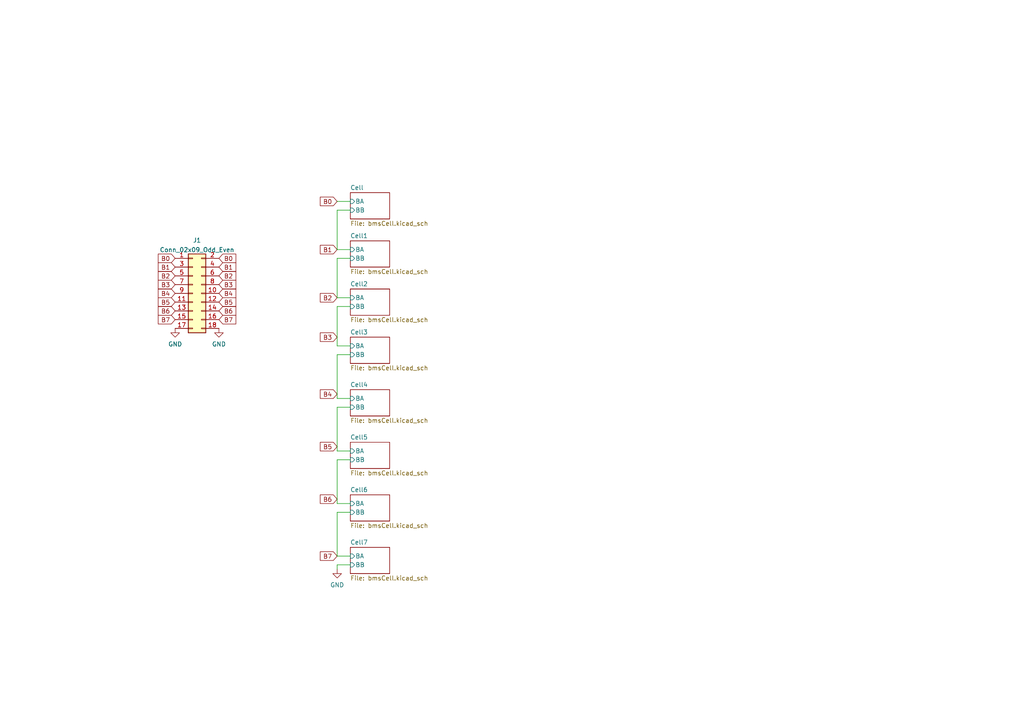
<source format=kicad_sch>
(kicad_sch (version 20211123) (generator eeschema)
  (paper "A4")
  (lib_symbols
    (symbol "Connector_Generic:Conn_02x09_Odd_Even" (pin_names (offset 1.016) hide)
      (property "Reference" "J" (at 1.27 12.7 0))
      (property "Value" "Conn_02x09_Odd_Even" (at 1.27 -12.7 0))
      (symbol "Conn_02x09_Odd_Even_1_1"
        (rectangle (start -1.27 -10.033) (end 0 -10.287) (stroke (width 0.1524)))
        (rectangle (start -1.27 -7.493) (end 0 -7.747) (stroke (width 0.1524)))
        (rectangle (start -1.27 -4.953) (end 0 -5.207) (stroke (width 0.1524)))
        (rectangle (start -1.27 -2.413) (end 0 -2.667) (stroke (width 0.1524)))
        (rectangle (start -1.27 0.127) (end 0 -0.127) (stroke (width 0.1524)))
        (rectangle (start -1.27 2.667) (end 0 2.413) (stroke (width 0.1524)))
        (rectangle (start -1.27 5.207) (end 0 4.953) (stroke (width 0.1524)))
        (rectangle (start -1.27 7.747) (end 0 7.493) (stroke (width 0.1524)))
        (rectangle (start -1.27 10.287) (end 0 10.033) (stroke (width 0.1524)))
        (rectangle (start -1.27 11.43) (end 3.81 -11.43) (stroke (width 0.254)) (fill (type background)))
        (rectangle (start 3.81 -10.033) (end 2.54 -10.287) (stroke (width 0.1524)))
        (rectangle (start 3.81 -7.493) (end 2.54 -7.747) (stroke (width 0.1524)))
        (rectangle (start 3.81 -4.953) (end 2.54 -5.207) (stroke (width 0.1524)))
        (rectangle (start 3.81 -2.413) (end 2.54 -2.667) (stroke (width 0.1524)))
        (rectangle (start 3.81 0.127) (end 2.54 -0.127) (stroke (width 0.1524)))
        (rectangle (start 3.81 2.667) (end 2.54 2.413) (stroke (width 0.1524)))
        (rectangle (start 3.81 5.207) (end 2.54 4.953) (stroke (width 0.1524)))
        (rectangle (start 3.81 7.747) (end 2.54 7.493) (stroke (width 0.1524)))
        (rectangle (start 3.81 10.287) (end 2.54 10.033) (stroke (width 0.1524)))
        (pin passive line (at -5.08 10.16 0) (length 3.81) (name "Pin_1") (number "1"))
        (pin passive line (at 7.62 0 180) (length 3.81) (name "Pin_10") (number "10"))
        (pin passive line (at -5.08 -2.54 0) (length 3.81) (name "Pin_11") (number "11"))
        (pin passive line (at 7.62 -2.54 180) (length 3.81) (name "Pin_12") (number "12"))
        (pin passive line (at -5.08 -5.08 0) (length 3.81) (name "Pin_13") (number "13"))
        (pin passive line (at 7.62 -5.08 180) (length 3.81) (name "Pin_14") (number "14"))
        (pin passive line (at -5.08 -7.62 0) (length 3.81) (name "Pin_15") (number "15"))
        (pin passive line (at 7.62 -7.62 180) (length 3.81) (name "Pin_16") (number "16"))
        (pin passive line (at -5.08 -10.16 0) (length 3.81) (name "Pin_17") (number "17"))
        (pin passive line (at 7.62 -10.16 180) (length 3.81) (name "Pin_18") (number "18"))
        (pin passive line (at 7.62 10.16 180) (length 3.81) (name "Pin_2") (number "2"))
        (pin passive line (at -5.08 7.62 0) (length 3.81) (name "Pin_3") (number "3"))
        (pin passive line (at 7.62 7.62 180) (length 3.81) (name "Pin_4") (number "4"))
        (pin passive line (at -5.08 5.08 0) (length 3.81) (name "Pin_5") (number "5"))
        (pin passive line (at 7.62 5.08 180) (length 3.81) (name "Pin_6") (number "6"))
        (pin passive line (at -5.08 2.54 0) (length 3.81) (name "Pin_7") (number "7"))
        (pin passive line (at 7.62 2.54 180) (length 3.81) (name "Pin_8") (number "8"))
        (pin passive line (at -5.08 0 0) (length 3.81) (name "Pin_9") (number "9"))
      )
    )
    (symbol "power:GND" (power) (pin_names (offset 0))
      (property "Value" "GND" (at 0 -3.81 0))
      (symbol "GND_0_1"
        (polyline (pts (xy 0 0) (xy 0 -1.27) (xy 1.27 -1.27) (xy 0 -2.54) (xy -1.27 -1.27) (xy 0 -1.27)))
      )
      (symbol "GND_1_1"
        (pin power_in line (at 0 0 270) (length 0) hide (name "GND") (number "1"))
      )
    )
  )
  (wire (pts (xy 101.6 60.96) (xy 97.79 60.96)))
  (wire (pts (xy 97.79 148.59) (xy 97.79 161.29)))
  (wire (pts (xy 97.79 102.87) (xy 97.79 115.57)))
  (wire (pts (xy 101.6 74.93) (xy 97.79 74.93)))
  (wire (pts (xy 101.6 133.35) (xy 97.79 133.35)))
  (wire (pts (xy 97.79 86.36) (xy 101.6 86.36)))
  (wire (pts (xy 101.6 118.11) (xy 97.79 118.11)))
  (wire (pts (xy 97.79 72.39) (xy 101.6 72.39)))
  (wire (pts (xy 101.6 102.87) (xy 97.79 102.87)))
  (wire (pts (xy 101.6 163.83) (xy 97.79 163.83)))
  (wire (pts (xy 97.79 133.35) (xy 97.79 146.05)))
  (wire (pts (xy 97.79 163.83) (xy 97.79 165.1)))
  (wire (pts (xy 97.79 118.11) (xy 97.79 130.81)))
  (wire (pts (xy 97.79 60.96) (xy 97.79 72.39)))
  (wire (pts (xy 101.6 88.9) (xy 97.79 88.9)))
  (wire (pts (xy 97.79 161.29) (xy 101.6 161.29)))
  (wire (pts (xy 101.6 148.59) (xy 97.79 148.59)))
  (wire (pts (xy 97.79 130.81) (xy 101.6 130.81)))
  (wire (pts (xy 97.79 115.57) (xy 101.6 115.57)))
  (wire (pts (xy 97.79 74.93) (xy 97.79 86.36)))
  (wire (pts (xy 97.79 100.33) (xy 101.6 100.33)))
  (wire (pts (xy 97.79 58.42) (xy 101.6 58.42)))
  (wire (pts (xy 97.79 88.9) (xy 97.79 100.33)))
  (wire (pts (xy 97.79 146.05) (xy 101.6 146.05)))
  (global_label "B2" (shape input) (at 50.8 80.01 180) (property "Intersheet References" "${INTERSHEET_REFS}" (effects hide)))
  (global_label "B7" (shape input) (at 97.79 161.29 180) (property "Intersheet References" "${INTERSHEET_REFS}" (effects hide)))
  (global_label "B0" (shape input) (at 63.5 74.93 0) (property "Intersheet References" "${INTERSHEET_REFS}" (effects hide)))
  (global_label "B7" (shape input) (at 63.5 92.71 0) (property "Intersheet References" "${INTERSHEET_REFS}" (effects hide)))
  (global_label "B6" (shape input) (at 50.8 90.17 180) (property "Intersheet References" "${INTERSHEET_REFS}" (effects hide)))
  (global_label "B4" (shape input) (at 50.8 85.09 180) (property "Intersheet References" "${INTERSHEET_REFS}" (effects hide)))
  (global_label "B4" (shape input) (at 63.5 85.09 0) (property "Intersheet References" "${INTERSHEET_REFS}" (effects hide)))
  (global_label "B0" (shape input) (at 50.8 74.93 180) (property "Intersheet References" "${INTERSHEET_REFS}" (effects hide)))
  (global_label "B5" (shape input) (at 50.8 87.63 180) (property "Intersheet References" "${INTERSHEET_REFS}" (effects hide)))
  (global_label "B0" (shape input) (at 97.79 58.42 180) (property "Intersheet References" "${INTERSHEET_REFS}" (effects hide)))
  (global_label "B4" (shape input) (at 97.79 114.3 180) (property "Intersheet References" "${INTERSHEET_REFS}" (effects hide)))
  (global_label "B3" (shape input) (at 97.79 97.79 180) (property "Intersheet References" "${INTERSHEET_REFS}" (effects hide)))
  (global_label "B5" (shape input) (at 97.79 129.54 180) (property "Intersheet References" "${INTERSHEET_REFS}" (effects hide)))
  (global_label "B7" (shape input) (at 50.8 92.71 180) (property "Intersheet References" "${INTERSHEET_REFS}" (effects hide)))
  (global_label "B1" (shape input) (at 50.8 77.47 180) (property "Intersheet References" "${INTERSHEET_REFS}" (effects hide)))
  (global_label "B6" (shape input) (at 63.5 90.17 0) (property "Intersheet References" "${INTERSHEET_REFS}" (effects hide)))
  (global_label "B1" (shape input) (at 63.5 77.47 0) (property "Intersheet References" "${INTERSHEET_REFS}" (effects hide)))
  (global_label "B5" (shape input) (at 63.5 87.63 0) (property "Intersheet References" "${INTERSHEET_REFS}" (effects hide)))
  (global_label "B3" (shape input) (at 63.5 82.55 0) (property "Intersheet References" "${INTERSHEET_REFS}" (effects hide)))
  (global_label "B3" (shape input) (at 50.8 82.55 180) (property "Intersheet References" "${INTERSHEET_REFS}" (effects hide)))
  (global_label "B2" (shape input) (at 97.79 86.36 180) (property "Intersheet References" "${INTERSHEET_REFS}" (effects hide)))
  (global_label "B1" (shape input) (at 97.79 72.39 180) (property "Intersheet References" "${INTERSHEET_REFS}" (effects hide)))
  (global_label "B6" (shape input) (at 97.79 144.78 180) (property "Intersheet References" "${INTERSHEET_REFS}" (effects hide)))
  (global_label "B2" (shape input) (at 63.5 80.01 0) (property "Intersheet References" "${INTERSHEET_REFS}" (effects hide)))
  (symbol (lib_id "power:GND") (at 97.79 165.1 0) (unit 1)
    (property "Reference" "#PWR0101" (effects hide))
    (property "Value" "GND" (at 97.79 169.6625 0))
  )
  (symbol (lib_id "Connector_Generic:Conn_02x09_Odd_Even") (at 55.88 85.09 0) (unit 1)
    (property "Reference" "J1" (at 57.15 69.6935 0))
    (property "Value" "Conn_02x09_Odd_Even" (at 57.15 72.4686 0))
    (property "Footprint" "Connector_Molex:Molex_Micro-Fit_3.0_43045-1815_2x09_P3.00mm_Vertical" (effects hide))
  )
  (symbol (lib_id "power:GND") (at 50.8 95.25 0) (unit 1)
    (property "Reference" "#PWR0102" (effects hide))
    (property "Value" "GND" (at 50.8 99.8125 0))
  )
  (symbol (lib_id "power:GND") (at 63.5 95.25 0) (unit 1)
    (property "Reference" "#PWR0103" (effects hide))
    (property "Value" "GND" (at 63.5 99.8125 0))
  )
  (sheet (at 101.6 69.85) (size 11.43 7.62) (stroke (width 0.1524))
    (property "Sheet name" "Cell1" (at 101.6 69.1384 0) (effects (justify left bottom)))
    (property "Sheet file" "bmsCell.kicad_sch" (at 101.6 78.0546 0) (effects (justify left top)))
    (pin "BA" input (at 101.6 72.39 180))
    (pin "BB" input (at 101.6 74.93 180))
  )
  (sheet (at 101.6 158.75) (size 11.43 7.62) (stroke (width 0.1524))
    (property "Sheet name" "Cell7" (at 101.6 158.0384 0) (effects (justify left bottom)))
    (property "Sheet file" "bmsCell.kicad_sch" (at 101.6 166.9546 0) (effects (justify left top)))
    (pin "BA" input (at 101.6 161.29 180))
    (pin "BB" input (at 101.6 163.83 180))
  )
  (sheet (at 101.6 97.79) (size 11.43 7.62) (stroke (width 0.1524))
    (property "Sheet name" "Cell3" (at 101.6 97.0784 0) (effects (justify left bottom)))
    (property "Sheet file" "bmsCell.kicad_sch" (at 101.6 105.9946 0) (effects (justify left top)))
    (pin "BA" input (at 101.6 100.33 180))
    (pin "BB" input (at 101.6 102.87 180))
  )
  (sheet (at 101.6 83.82) (size 11.43 7.62) (stroke (width 0.1524))
    (property "Sheet name" "Cell2" (at 101.6 83.1084 0) (effects (justify left bottom)))
    (property "Sheet file" "bmsCell.kicad_sch" (at 101.6 92.0246 0) (effects (justify left top)))
    (pin "BA" input (at 101.6 86.36 180))
    (pin "BB" input (at 101.6 88.9 180))
  )
  (sheet (at 101.6 113.03) (size 11.43 7.62) (stroke (width 0.1524))
    (property "Sheet name" "Cell4" (at 101.6 112.3184 0) (effects (justify left bottom)))
    (property "Sheet file" "bmsCell.kicad_sch" (at 101.6 121.2346 0) (effects (justify left top)))
    (pin "BA" input (at 101.6 115.57 180))
    (pin "BB" input (at 101.6 118.11 180))
  )
  (sheet (at 101.6 143.51) (size 11.43 7.62) (stroke (width 0.1524))
    (property "Sheet name" "Cell6" (at 101.6 142.7984 0) (effects (justify left bottom)))
    (property "Sheet file" "bmsCell.kicad_sch" (at 101.6 151.7146 0) (effects (justify left top)))
    (pin "BA" input (at 101.6 146.05 180))
    (pin "BB" input (at 101.6 148.59 180))
  )
  (sheet (at 101.6 55.88) (size 11.43 7.62) (stroke (width 0.1524))
    (property "Sheet name" "Cell" (at 101.6 55.1684 0) (effects (justify left bottom)))
    (property "Sheet file" "bmsCell.kicad_sch" (at 101.6 64.0846 0) (effects (justify left top)))
    (pin "BA" input (at 101.6 58.42 180))
    (pin "BB" input (at 101.6 60.96 180))
  )
  (sheet (at 101.6 128.27) (size 11.43 7.62) (stroke (width 0.1524))
    (property "Sheet name" "Cell5" (at 101.6 127.5584 0) (effects (justify left bottom)))
    (property "Sheet file" "bmsCell.kicad_sch" (at 101.6 136.4746 0) (effects (justify left top)))
    (pin "BA" input (at 101.6 130.81 180))
    (pin "BB" input (at 101.6 133.35 180))
  )
)
</source>
